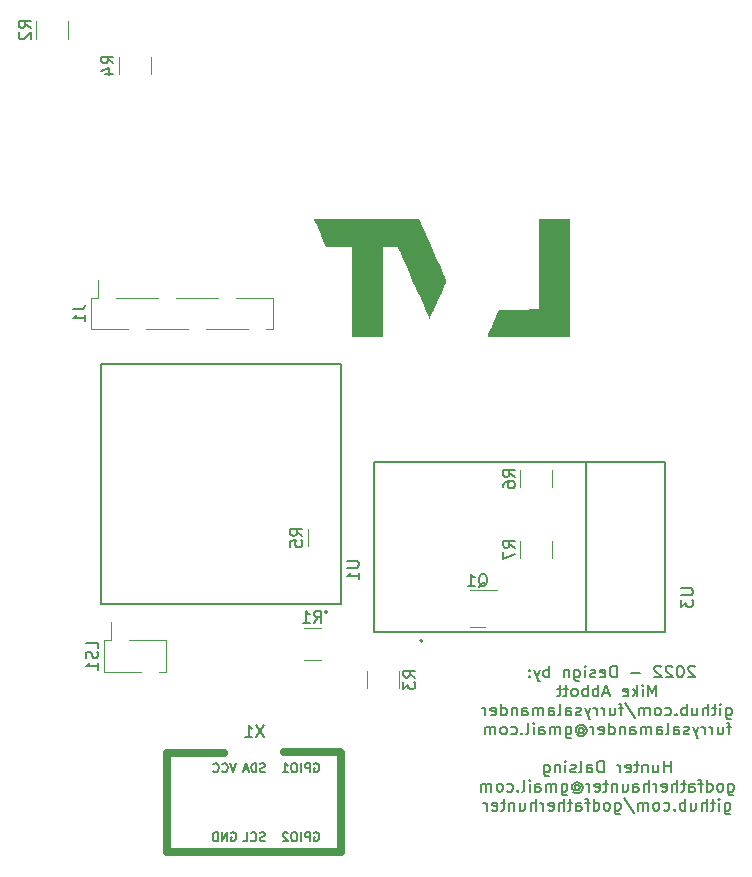
<source format=gbr>
%TF.GenerationSoftware,KiCad,Pcbnew,6.0.2+dfsg-1*%
%TF.CreationDate,2022-10-11T15:46:28-06:00*%
%TF.ProjectId,lvt_sao,6c76745f-7361-46f2-9e6b-696361645f70,rev?*%
%TF.SameCoordinates,Original*%
%TF.FileFunction,Legend,Bot*%
%TF.FilePolarity,Positive*%
%FSLAX46Y46*%
G04 Gerber Fmt 4.6, Leading zero omitted, Abs format (unit mm)*
G04 Created by KiCad (PCBNEW 6.0.2+dfsg-1) date 2022-10-11 15:46:28*
%MOMM*%
%LPD*%
G01*
G04 APERTURE LIST*
%ADD10C,0.150000*%
%ADD11C,0.120000*%
%ADD12C,0.700000*%
%ADD13C,0.127000*%
%ADD14C,0.200000*%
G04 APERTURE END LIST*
D10*
X174404761Y-132912619D02*
X174357142Y-132865000D01*
X174261904Y-132817380D01*
X174023809Y-132817380D01*
X173928571Y-132865000D01*
X173880952Y-132912619D01*
X173833333Y-133007857D01*
X173833333Y-133103095D01*
X173880952Y-133245952D01*
X174452380Y-133817380D01*
X173833333Y-133817380D01*
X173214285Y-132817380D02*
X173119047Y-132817380D01*
X173023809Y-132865000D01*
X172976190Y-132912619D01*
X172928571Y-133007857D01*
X172880952Y-133198333D01*
X172880952Y-133436428D01*
X172928571Y-133626904D01*
X172976190Y-133722142D01*
X173023809Y-133769761D01*
X173119047Y-133817380D01*
X173214285Y-133817380D01*
X173309523Y-133769761D01*
X173357142Y-133722142D01*
X173404761Y-133626904D01*
X173452380Y-133436428D01*
X173452380Y-133198333D01*
X173404761Y-133007857D01*
X173357142Y-132912619D01*
X173309523Y-132865000D01*
X173214285Y-132817380D01*
X172500000Y-132912619D02*
X172452380Y-132865000D01*
X172357142Y-132817380D01*
X172119047Y-132817380D01*
X172023809Y-132865000D01*
X171976190Y-132912619D01*
X171928571Y-133007857D01*
X171928571Y-133103095D01*
X171976190Y-133245952D01*
X172547619Y-133817380D01*
X171928571Y-133817380D01*
X171547619Y-132912619D02*
X171500000Y-132865000D01*
X171404761Y-132817380D01*
X171166666Y-132817380D01*
X171071428Y-132865000D01*
X171023809Y-132912619D01*
X170976190Y-133007857D01*
X170976190Y-133103095D01*
X171023809Y-133245952D01*
X171595238Y-133817380D01*
X170976190Y-133817380D01*
X169785714Y-133436428D02*
X169023809Y-133436428D01*
X167785714Y-133817380D02*
X167785714Y-132817380D01*
X167547619Y-132817380D01*
X167404761Y-132865000D01*
X167309523Y-132960238D01*
X167261904Y-133055476D01*
X167214285Y-133245952D01*
X167214285Y-133388809D01*
X167261904Y-133579285D01*
X167309523Y-133674523D01*
X167404761Y-133769761D01*
X167547619Y-133817380D01*
X167785714Y-133817380D01*
X166404761Y-133769761D02*
X166500000Y-133817380D01*
X166690476Y-133817380D01*
X166785714Y-133769761D01*
X166833333Y-133674523D01*
X166833333Y-133293571D01*
X166785714Y-133198333D01*
X166690476Y-133150714D01*
X166500000Y-133150714D01*
X166404761Y-133198333D01*
X166357142Y-133293571D01*
X166357142Y-133388809D01*
X166833333Y-133484047D01*
X165976190Y-133769761D02*
X165880952Y-133817380D01*
X165690476Y-133817380D01*
X165595238Y-133769761D01*
X165547619Y-133674523D01*
X165547619Y-133626904D01*
X165595238Y-133531666D01*
X165690476Y-133484047D01*
X165833333Y-133484047D01*
X165928571Y-133436428D01*
X165976190Y-133341190D01*
X165976190Y-133293571D01*
X165928571Y-133198333D01*
X165833333Y-133150714D01*
X165690476Y-133150714D01*
X165595238Y-133198333D01*
X165119047Y-133817380D02*
X165119047Y-133150714D01*
X165119047Y-132817380D02*
X165166666Y-132865000D01*
X165119047Y-132912619D01*
X165071428Y-132865000D01*
X165119047Y-132817380D01*
X165119047Y-132912619D01*
X164214285Y-133150714D02*
X164214285Y-133960238D01*
X164261904Y-134055476D01*
X164309523Y-134103095D01*
X164404761Y-134150714D01*
X164547619Y-134150714D01*
X164642857Y-134103095D01*
X164214285Y-133769761D02*
X164309523Y-133817380D01*
X164500000Y-133817380D01*
X164595238Y-133769761D01*
X164642857Y-133722142D01*
X164690476Y-133626904D01*
X164690476Y-133341190D01*
X164642857Y-133245952D01*
X164595238Y-133198333D01*
X164500000Y-133150714D01*
X164309523Y-133150714D01*
X164214285Y-133198333D01*
X163738095Y-133150714D02*
X163738095Y-133817380D01*
X163738095Y-133245952D02*
X163690476Y-133198333D01*
X163595238Y-133150714D01*
X163452380Y-133150714D01*
X163357142Y-133198333D01*
X163309523Y-133293571D01*
X163309523Y-133817380D01*
X162071428Y-133817380D02*
X162071428Y-132817380D01*
X162071428Y-133198333D02*
X161976190Y-133150714D01*
X161785714Y-133150714D01*
X161690476Y-133198333D01*
X161642857Y-133245952D01*
X161595238Y-133341190D01*
X161595238Y-133626904D01*
X161642857Y-133722142D01*
X161690476Y-133769761D01*
X161785714Y-133817380D01*
X161976190Y-133817380D01*
X162071428Y-133769761D01*
X161261904Y-133150714D02*
X161023809Y-133817380D01*
X160785714Y-133150714D02*
X161023809Y-133817380D01*
X161119047Y-134055476D01*
X161166666Y-134103095D01*
X161261904Y-134150714D01*
X160404761Y-133722142D02*
X160357142Y-133769761D01*
X160404761Y-133817380D01*
X160452380Y-133769761D01*
X160404761Y-133722142D01*
X160404761Y-133817380D01*
X160404761Y-133198333D02*
X160357142Y-133245952D01*
X160404761Y-133293571D01*
X160452380Y-133245952D01*
X160404761Y-133198333D01*
X160404761Y-133293571D01*
X171142857Y-135427380D02*
X171142857Y-134427380D01*
X170809523Y-135141666D01*
X170476190Y-134427380D01*
X170476190Y-135427380D01*
X170000000Y-135427380D02*
X170000000Y-134760714D01*
X170000000Y-134427380D02*
X170047619Y-134475000D01*
X170000000Y-134522619D01*
X169952380Y-134475000D01*
X170000000Y-134427380D01*
X170000000Y-134522619D01*
X169523809Y-135427380D02*
X169523809Y-134427380D01*
X169428571Y-135046428D02*
X169142857Y-135427380D01*
X169142857Y-134760714D02*
X169523809Y-135141666D01*
X168333333Y-135379761D02*
X168428571Y-135427380D01*
X168619047Y-135427380D01*
X168714285Y-135379761D01*
X168761904Y-135284523D01*
X168761904Y-134903571D01*
X168714285Y-134808333D01*
X168619047Y-134760714D01*
X168428571Y-134760714D01*
X168333333Y-134808333D01*
X168285714Y-134903571D01*
X168285714Y-134998809D01*
X168761904Y-135094047D01*
X167142857Y-135141666D02*
X166666666Y-135141666D01*
X167238095Y-135427380D02*
X166904761Y-134427380D01*
X166571428Y-135427380D01*
X166238095Y-135427380D02*
X166238095Y-134427380D01*
X166238095Y-134808333D02*
X166142857Y-134760714D01*
X165952380Y-134760714D01*
X165857142Y-134808333D01*
X165809523Y-134855952D01*
X165761904Y-134951190D01*
X165761904Y-135236904D01*
X165809523Y-135332142D01*
X165857142Y-135379761D01*
X165952380Y-135427380D01*
X166142857Y-135427380D01*
X166238095Y-135379761D01*
X165333333Y-135427380D02*
X165333333Y-134427380D01*
X165333333Y-134808333D02*
X165238095Y-134760714D01*
X165047619Y-134760714D01*
X164952380Y-134808333D01*
X164904761Y-134855952D01*
X164857142Y-134951190D01*
X164857142Y-135236904D01*
X164904761Y-135332142D01*
X164952380Y-135379761D01*
X165047619Y-135427380D01*
X165238095Y-135427380D01*
X165333333Y-135379761D01*
X164285714Y-135427380D02*
X164380952Y-135379761D01*
X164428571Y-135332142D01*
X164476190Y-135236904D01*
X164476190Y-134951190D01*
X164428571Y-134855952D01*
X164380952Y-134808333D01*
X164285714Y-134760714D01*
X164142857Y-134760714D01*
X164047619Y-134808333D01*
X164000000Y-134855952D01*
X163952380Y-134951190D01*
X163952380Y-135236904D01*
X164000000Y-135332142D01*
X164047619Y-135379761D01*
X164142857Y-135427380D01*
X164285714Y-135427380D01*
X163666666Y-134760714D02*
X163285714Y-134760714D01*
X163523809Y-134427380D02*
X163523809Y-135284523D01*
X163476190Y-135379761D01*
X163380952Y-135427380D01*
X163285714Y-135427380D01*
X163095238Y-134760714D02*
X162714285Y-134760714D01*
X162952380Y-134427380D02*
X162952380Y-135284523D01*
X162904761Y-135379761D01*
X162809523Y-135427380D01*
X162714285Y-135427380D01*
X177047619Y-136370714D02*
X177047619Y-137180238D01*
X177095238Y-137275476D01*
X177142857Y-137323095D01*
X177238095Y-137370714D01*
X177380952Y-137370714D01*
X177476190Y-137323095D01*
X177047619Y-136989761D02*
X177142857Y-137037380D01*
X177333333Y-137037380D01*
X177428571Y-136989761D01*
X177476190Y-136942142D01*
X177523809Y-136846904D01*
X177523809Y-136561190D01*
X177476190Y-136465952D01*
X177428571Y-136418333D01*
X177333333Y-136370714D01*
X177142857Y-136370714D01*
X177047619Y-136418333D01*
X176571428Y-137037380D02*
X176571428Y-136370714D01*
X176571428Y-136037380D02*
X176619047Y-136085000D01*
X176571428Y-136132619D01*
X176523809Y-136085000D01*
X176571428Y-136037380D01*
X176571428Y-136132619D01*
X176238095Y-136370714D02*
X175857142Y-136370714D01*
X176095238Y-136037380D02*
X176095238Y-136894523D01*
X176047619Y-136989761D01*
X175952380Y-137037380D01*
X175857142Y-137037380D01*
X175523809Y-137037380D02*
X175523809Y-136037380D01*
X175095238Y-137037380D02*
X175095238Y-136513571D01*
X175142857Y-136418333D01*
X175238095Y-136370714D01*
X175380952Y-136370714D01*
X175476190Y-136418333D01*
X175523809Y-136465952D01*
X174190476Y-136370714D02*
X174190476Y-137037380D01*
X174619047Y-136370714D02*
X174619047Y-136894523D01*
X174571428Y-136989761D01*
X174476190Y-137037380D01*
X174333333Y-137037380D01*
X174238095Y-136989761D01*
X174190476Y-136942142D01*
X173714285Y-137037380D02*
X173714285Y-136037380D01*
X173714285Y-136418333D02*
X173619047Y-136370714D01*
X173428571Y-136370714D01*
X173333333Y-136418333D01*
X173285714Y-136465952D01*
X173238095Y-136561190D01*
X173238095Y-136846904D01*
X173285714Y-136942142D01*
X173333333Y-136989761D01*
X173428571Y-137037380D01*
X173619047Y-137037380D01*
X173714285Y-136989761D01*
X172809523Y-136942142D02*
X172761904Y-136989761D01*
X172809523Y-137037380D01*
X172857142Y-136989761D01*
X172809523Y-136942142D01*
X172809523Y-137037380D01*
X171904761Y-136989761D02*
X172000000Y-137037380D01*
X172190476Y-137037380D01*
X172285714Y-136989761D01*
X172333333Y-136942142D01*
X172380952Y-136846904D01*
X172380952Y-136561190D01*
X172333333Y-136465952D01*
X172285714Y-136418333D01*
X172190476Y-136370714D01*
X172000000Y-136370714D01*
X171904761Y-136418333D01*
X171333333Y-137037380D02*
X171428571Y-136989761D01*
X171476190Y-136942142D01*
X171523809Y-136846904D01*
X171523809Y-136561190D01*
X171476190Y-136465952D01*
X171428571Y-136418333D01*
X171333333Y-136370714D01*
X171190476Y-136370714D01*
X171095238Y-136418333D01*
X171047619Y-136465952D01*
X171000000Y-136561190D01*
X171000000Y-136846904D01*
X171047619Y-136942142D01*
X171095238Y-136989761D01*
X171190476Y-137037380D01*
X171333333Y-137037380D01*
X170571428Y-137037380D02*
X170571428Y-136370714D01*
X170571428Y-136465952D02*
X170523809Y-136418333D01*
X170428571Y-136370714D01*
X170285714Y-136370714D01*
X170190476Y-136418333D01*
X170142857Y-136513571D01*
X170142857Y-137037380D01*
X170142857Y-136513571D02*
X170095238Y-136418333D01*
X170000000Y-136370714D01*
X169857142Y-136370714D01*
X169761904Y-136418333D01*
X169714285Y-136513571D01*
X169714285Y-137037380D01*
X168523809Y-135989761D02*
X169380952Y-137275476D01*
X168333333Y-136370714D02*
X167952380Y-136370714D01*
X168190476Y-137037380D02*
X168190476Y-136180238D01*
X168142857Y-136085000D01*
X168047619Y-136037380D01*
X167952380Y-136037380D01*
X167190476Y-136370714D02*
X167190476Y-137037380D01*
X167619047Y-136370714D02*
X167619047Y-136894523D01*
X167571428Y-136989761D01*
X167476190Y-137037380D01*
X167333333Y-137037380D01*
X167238095Y-136989761D01*
X167190476Y-136942142D01*
X166714285Y-137037380D02*
X166714285Y-136370714D01*
X166714285Y-136561190D02*
X166666666Y-136465952D01*
X166619047Y-136418333D01*
X166523809Y-136370714D01*
X166428571Y-136370714D01*
X166095238Y-137037380D02*
X166095238Y-136370714D01*
X166095238Y-136561190D02*
X166047619Y-136465952D01*
X166000000Y-136418333D01*
X165904761Y-136370714D01*
X165809523Y-136370714D01*
X165571428Y-136370714D02*
X165333333Y-137037380D01*
X165095238Y-136370714D02*
X165333333Y-137037380D01*
X165428571Y-137275476D01*
X165476190Y-137323095D01*
X165571428Y-137370714D01*
X164761904Y-136989761D02*
X164666666Y-137037380D01*
X164476190Y-137037380D01*
X164380952Y-136989761D01*
X164333333Y-136894523D01*
X164333333Y-136846904D01*
X164380952Y-136751666D01*
X164476190Y-136704047D01*
X164619047Y-136704047D01*
X164714285Y-136656428D01*
X164761904Y-136561190D01*
X164761904Y-136513571D01*
X164714285Y-136418333D01*
X164619047Y-136370714D01*
X164476190Y-136370714D01*
X164380952Y-136418333D01*
X163476190Y-137037380D02*
X163476190Y-136513571D01*
X163523809Y-136418333D01*
X163619047Y-136370714D01*
X163809523Y-136370714D01*
X163904761Y-136418333D01*
X163476190Y-136989761D02*
X163571428Y-137037380D01*
X163809523Y-137037380D01*
X163904761Y-136989761D01*
X163952380Y-136894523D01*
X163952380Y-136799285D01*
X163904761Y-136704047D01*
X163809523Y-136656428D01*
X163571428Y-136656428D01*
X163476190Y-136608809D01*
X162857142Y-137037380D02*
X162952380Y-136989761D01*
X163000000Y-136894523D01*
X163000000Y-136037380D01*
X162047619Y-137037380D02*
X162047619Y-136513571D01*
X162095238Y-136418333D01*
X162190476Y-136370714D01*
X162380952Y-136370714D01*
X162476190Y-136418333D01*
X162047619Y-136989761D02*
X162142857Y-137037380D01*
X162380952Y-137037380D01*
X162476190Y-136989761D01*
X162523809Y-136894523D01*
X162523809Y-136799285D01*
X162476190Y-136704047D01*
X162380952Y-136656428D01*
X162142857Y-136656428D01*
X162047619Y-136608809D01*
X161571428Y-137037380D02*
X161571428Y-136370714D01*
X161571428Y-136465952D02*
X161523809Y-136418333D01*
X161428571Y-136370714D01*
X161285714Y-136370714D01*
X161190476Y-136418333D01*
X161142857Y-136513571D01*
X161142857Y-137037380D01*
X161142857Y-136513571D02*
X161095238Y-136418333D01*
X161000000Y-136370714D01*
X160857142Y-136370714D01*
X160761904Y-136418333D01*
X160714285Y-136513571D01*
X160714285Y-137037380D01*
X159809523Y-137037380D02*
X159809523Y-136513571D01*
X159857142Y-136418333D01*
X159952380Y-136370714D01*
X160142857Y-136370714D01*
X160238095Y-136418333D01*
X159809523Y-136989761D02*
X159904761Y-137037380D01*
X160142857Y-137037380D01*
X160238095Y-136989761D01*
X160285714Y-136894523D01*
X160285714Y-136799285D01*
X160238095Y-136704047D01*
X160142857Y-136656428D01*
X159904761Y-136656428D01*
X159809523Y-136608809D01*
X159333333Y-136370714D02*
X159333333Y-137037380D01*
X159333333Y-136465952D02*
X159285714Y-136418333D01*
X159190476Y-136370714D01*
X159047619Y-136370714D01*
X158952380Y-136418333D01*
X158904761Y-136513571D01*
X158904761Y-137037380D01*
X158000000Y-137037380D02*
X158000000Y-136037380D01*
X158000000Y-136989761D02*
X158095238Y-137037380D01*
X158285714Y-137037380D01*
X158380952Y-136989761D01*
X158428571Y-136942142D01*
X158476190Y-136846904D01*
X158476190Y-136561190D01*
X158428571Y-136465952D01*
X158380952Y-136418333D01*
X158285714Y-136370714D01*
X158095238Y-136370714D01*
X158000000Y-136418333D01*
X157142857Y-136989761D02*
X157238095Y-137037380D01*
X157428571Y-137037380D01*
X157523809Y-136989761D01*
X157571428Y-136894523D01*
X157571428Y-136513571D01*
X157523809Y-136418333D01*
X157428571Y-136370714D01*
X157238095Y-136370714D01*
X157142857Y-136418333D01*
X157095238Y-136513571D01*
X157095238Y-136608809D01*
X157571428Y-136704047D01*
X156666666Y-137037380D02*
X156666666Y-136370714D01*
X156666666Y-136561190D02*
X156619047Y-136465952D01*
X156571428Y-136418333D01*
X156476190Y-136370714D01*
X156380952Y-136370714D01*
X177476190Y-137980714D02*
X177095238Y-137980714D01*
X177333333Y-138647380D02*
X177333333Y-137790238D01*
X177285714Y-137695000D01*
X177190476Y-137647380D01*
X177095238Y-137647380D01*
X176333333Y-137980714D02*
X176333333Y-138647380D01*
X176761904Y-137980714D02*
X176761904Y-138504523D01*
X176714285Y-138599761D01*
X176619047Y-138647380D01*
X176476190Y-138647380D01*
X176380952Y-138599761D01*
X176333333Y-138552142D01*
X175857142Y-138647380D02*
X175857142Y-137980714D01*
X175857142Y-138171190D02*
X175809523Y-138075952D01*
X175761904Y-138028333D01*
X175666666Y-137980714D01*
X175571428Y-137980714D01*
X175238095Y-138647380D02*
X175238095Y-137980714D01*
X175238095Y-138171190D02*
X175190476Y-138075952D01*
X175142857Y-138028333D01*
X175047619Y-137980714D01*
X174952380Y-137980714D01*
X174714285Y-137980714D02*
X174476190Y-138647380D01*
X174238095Y-137980714D02*
X174476190Y-138647380D01*
X174571428Y-138885476D01*
X174619047Y-138933095D01*
X174714285Y-138980714D01*
X173904761Y-138599761D02*
X173809523Y-138647380D01*
X173619047Y-138647380D01*
X173523809Y-138599761D01*
X173476190Y-138504523D01*
X173476190Y-138456904D01*
X173523809Y-138361666D01*
X173619047Y-138314047D01*
X173761904Y-138314047D01*
X173857142Y-138266428D01*
X173904761Y-138171190D01*
X173904761Y-138123571D01*
X173857142Y-138028333D01*
X173761904Y-137980714D01*
X173619047Y-137980714D01*
X173523809Y-138028333D01*
X172619047Y-138647380D02*
X172619047Y-138123571D01*
X172666666Y-138028333D01*
X172761904Y-137980714D01*
X172952380Y-137980714D01*
X173047619Y-138028333D01*
X172619047Y-138599761D02*
X172714285Y-138647380D01*
X172952380Y-138647380D01*
X173047619Y-138599761D01*
X173095238Y-138504523D01*
X173095238Y-138409285D01*
X173047619Y-138314047D01*
X172952380Y-138266428D01*
X172714285Y-138266428D01*
X172619047Y-138218809D01*
X172000000Y-138647380D02*
X172095238Y-138599761D01*
X172142857Y-138504523D01*
X172142857Y-137647380D01*
X171190476Y-138647380D02*
X171190476Y-138123571D01*
X171238095Y-138028333D01*
X171333333Y-137980714D01*
X171523809Y-137980714D01*
X171619047Y-138028333D01*
X171190476Y-138599761D02*
X171285714Y-138647380D01*
X171523809Y-138647380D01*
X171619047Y-138599761D01*
X171666666Y-138504523D01*
X171666666Y-138409285D01*
X171619047Y-138314047D01*
X171523809Y-138266428D01*
X171285714Y-138266428D01*
X171190476Y-138218809D01*
X170714285Y-138647380D02*
X170714285Y-137980714D01*
X170714285Y-138075952D02*
X170666666Y-138028333D01*
X170571428Y-137980714D01*
X170428571Y-137980714D01*
X170333333Y-138028333D01*
X170285714Y-138123571D01*
X170285714Y-138647380D01*
X170285714Y-138123571D02*
X170238095Y-138028333D01*
X170142857Y-137980714D01*
X170000000Y-137980714D01*
X169904761Y-138028333D01*
X169857142Y-138123571D01*
X169857142Y-138647380D01*
X168952380Y-138647380D02*
X168952380Y-138123571D01*
X169000000Y-138028333D01*
X169095238Y-137980714D01*
X169285714Y-137980714D01*
X169380952Y-138028333D01*
X168952380Y-138599761D02*
X169047619Y-138647380D01*
X169285714Y-138647380D01*
X169380952Y-138599761D01*
X169428571Y-138504523D01*
X169428571Y-138409285D01*
X169380952Y-138314047D01*
X169285714Y-138266428D01*
X169047619Y-138266428D01*
X168952380Y-138218809D01*
X168476190Y-137980714D02*
X168476190Y-138647380D01*
X168476190Y-138075952D02*
X168428571Y-138028333D01*
X168333333Y-137980714D01*
X168190476Y-137980714D01*
X168095238Y-138028333D01*
X168047619Y-138123571D01*
X168047619Y-138647380D01*
X167142857Y-138647380D02*
X167142857Y-137647380D01*
X167142857Y-138599761D02*
X167238095Y-138647380D01*
X167428571Y-138647380D01*
X167523809Y-138599761D01*
X167571428Y-138552142D01*
X167619047Y-138456904D01*
X167619047Y-138171190D01*
X167571428Y-138075952D01*
X167523809Y-138028333D01*
X167428571Y-137980714D01*
X167238095Y-137980714D01*
X167142857Y-138028333D01*
X166285714Y-138599761D02*
X166380952Y-138647380D01*
X166571428Y-138647380D01*
X166666666Y-138599761D01*
X166714285Y-138504523D01*
X166714285Y-138123571D01*
X166666666Y-138028333D01*
X166571428Y-137980714D01*
X166380952Y-137980714D01*
X166285714Y-138028333D01*
X166238095Y-138123571D01*
X166238095Y-138218809D01*
X166714285Y-138314047D01*
X165809523Y-138647380D02*
X165809523Y-137980714D01*
X165809523Y-138171190D02*
X165761904Y-138075952D01*
X165714285Y-138028333D01*
X165619047Y-137980714D01*
X165523809Y-137980714D01*
X164571428Y-138171190D02*
X164619047Y-138123571D01*
X164714285Y-138075952D01*
X164809523Y-138075952D01*
X164904761Y-138123571D01*
X164952380Y-138171190D01*
X165000000Y-138266428D01*
X165000000Y-138361666D01*
X164952380Y-138456904D01*
X164904761Y-138504523D01*
X164809523Y-138552142D01*
X164714285Y-138552142D01*
X164619047Y-138504523D01*
X164571428Y-138456904D01*
X164571428Y-138075952D02*
X164571428Y-138456904D01*
X164523809Y-138504523D01*
X164476190Y-138504523D01*
X164380952Y-138456904D01*
X164333333Y-138361666D01*
X164333333Y-138123571D01*
X164428571Y-137980714D01*
X164571428Y-137885476D01*
X164761904Y-137837857D01*
X164952380Y-137885476D01*
X165095238Y-137980714D01*
X165190476Y-138123571D01*
X165238095Y-138314047D01*
X165190476Y-138504523D01*
X165095238Y-138647380D01*
X164952380Y-138742619D01*
X164761904Y-138790238D01*
X164571428Y-138742619D01*
X164428571Y-138647380D01*
X163476190Y-137980714D02*
X163476190Y-138790238D01*
X163523809Y-138885476D01*
X163571428Y-138933095D01*
X163666666Y-138980714D01*
X163809523Y-138980714D01*
X163904761Y-138933095D01*
X163476190Y-138599761D02*
X163571428Y-138647380D01*
X163761904Y-138647380D01*
X163857142Y-138599761D01*
X163904761Y-138552142D01*
X163952380Y-138456904D01*
X163952380Y-138171190D01*
X163904761Y-138075952D01*
X163857142Y-138028333D01*
X163761904Y-137980714D01*
X163571428Y-137980714D01*
X163476190Y-138028333D01*
X163000000Y-138647380D02*
X163000000Y-137980714D01*
X163000000Y-138075952D02*
X162952380Y-138028333D01*
X162857142Y-137980714D01*
X162714285Y-137980714D01*
X162619047Y-138028333D01*
X162571428Y-138123571D01*
X162571428Y-138647380D01*
X162571428Y-138123571D02*
X162523809Y-138028333D01*
X162428571Y-137980714D01*
X162285714Y-137980714D01*
X162190476Y-138028333D01*
X162142857Y-138123571D01*
X162142857Y-138647380D01*
X161238095Y-138647380D02*
X161238095Y-138123571D01*
X161285714Y-138028333D01*
X161380952Y-137980714D01*
X161571428Y-137980714D01*
X161666666Y-138028333D01*
X161238095Y-138599761D02*
X161333333Y-138647380D01*
X161571428Y-138647380D01*
X161666666Y-138599761D01*
X161714285Y-138504523D01*
X161714285Y-138409285D01*
X161666666Y-138314047D01*
X161571428Y-138266428D01*
X161333333Y-138266428D01*
X161238095Y-138218809D01*
X160761904Y-138647380D02*
X160761904Y-137980714D01*
X160761904Y-137647380D02*
X160809523Y-137695000D01*
X160761904Y-137742619D01*
X160714285Y-137695000D01*
X160761904Y-137647380D01*
X160761904Y-137742619D01*
X160142857Y-138647380D02*
X160238095Y-138599761D01*
X160285714Y-138504523D01*
X160285714Y-137647380D01*
X159761904Y-138552142D02*
X159714285Y-138599761D01*
X159761904Y-138647380D01*
X159809523Y-138599761D01*
X159761904Y-138552142D01*
X159761904Y-138647380D01*
X158857142Y-138599761D02*
X158952380Y-138647380D01*
X159142857Y-138647380D01*
X159238095Y-138599761D01*
X159285714Y-138552142D01*
X159333333Y-138456904D01*
X159333333Y-138171190D01*
X159285714Y-138075952D01*
X159238095Y-138028333D01*
X159142857Y-137980714D01*
X158952380Y-137980714D01*
X158857142Y-138028333D01*
X158285714Y-138647380D02*
X158380952Y-138599761D01*
X158428571Y-138552142D01*
X158476190Y-138456904D01*
X158476190Y-138171190D01*
X158428571Y-138075952D01*
X158380952Y-138028333D01*
X158285714Y-137980714D01*
X158142857Y-137980714D01*
X158047619Y-138028333D01*
X158000000Y-138075952D01*
X157952380Y-138171190D01*
X157952380Y-138456904D01*
X158000000Y-138552142D01*
X158047619Y-138599761D01*
X158142857Y-138647380D01*
X158285714Y-138647380D01*
X157523809Y-138647380D02*
X157523809Y-137980714D01*
X157523809Y-138075952D02*
X157476190Y-138028333D01*
X157380952Y-137980714D01*
X157238095Y-137980714D01*
X157142857Y-138028333D01*
X157095238Y-138123571D01*
X157095238Y-138647380D01*
X157095238Y-138123571D02*
X157047619Y-138028333D01*
X156952380Y-137980714D01*
X156809523Y-137980714D01*
X156714285Y-138028333D01*
X156666666Y-138123571D01*
X156666666Y-138647380D01*
X172357142Y-141867380D02*
X172357142Y-140867380D01*
X172357142Y-141343571D02*
X171785714Y-141343571D01*
X171785714Y-141867380D02*
X171785714Y-140867380D01*
X170880952Y-141200714D02*
X170880952Y-141867380D01*
X171309523Y-141200714D02*
X171309523Y-141724523D01*
X171261904Y-141819761D01*
X171166666Y-141867380D01*
X171023809Y-141867380D01*
X170928571Y-141819761D01*
X170880952Y-141772142D01*
X170404761Y-141200714D02*
X170404761Y-141867380D01*
X170404761Y-141295952D02*
X170357142Y-141248333D01*
X170261904Y-141200714D01*
X170119047Y-141200714D01*
X170023809Y-141248333D01*
X169976190Y-141343571D01*
X169976190Y-141867380D01*
X169642857Y-141200714D02*
X169261904Y-141200714D01*
X169500000Y-140867380D02*
X169500000Y-141724523D01*
X169452380Y-141819761D01*
X169357142Y-141867380D01*
X169261904Y-141867380D01*
X168547619Y-141819761D02*
X168642857Y-141867380D01*
X168833333Y-141867380D01*
X168928571Y-141819761D01*
X168976190Y-141724523D01*
X168976190Y-141343571D01*
X168928571Y-141248333D01*
X168833333Y-141200714D01*
X168642857Y-141200714D01*
X168547619Y-141248333D01*
X168500000Y-141343571D01*
X168500000Y-141438809D01*
X168976190Y-141534047D01*
X168071428Y-141867380D02*
X168071428Y-141200714D01*
X168071428Y-141391190D02*
X168023809Y-141295952D01*
X167976190Y-141248333D01*
X167880952Y-141200714D01*
X167785714Y-141200714D01*
X166690476Y-141867380D02*
X166690476Y-140867380D01*
X166452380Y-140867380D01*
X166309523Y-140915000D01*
X166214285Y-141010238D01*
X166166666Y-141105476D01*
X166119047Y-141295952D01*
X166119047Y-141438809D01*
X166166666Y-141629285D01*
X166214285Y-141724523D01*
X166309523Y-141819761D01*
X166452380Y-141867380D01*
X166690476Y-141867380D01*
X165261904Y-141867380D02*
X165261904Y-141343571D01*
X165309523Y-141248333D01*
X165404761Y-141200714D01*
X165595238Y-141200714D01*
X165690476Y-141248333D01*
X165261904Y-141819761D02*
X165357142Y-141867380D01*
X165595238Y-141867380D01*
X165690476Y-141819761D01*
X165738095Y-141724523D01*
X165738095Y-141629285D01*
X165690476Y-141534047D01*
X165595238Y-141486428D01*
X165357142Y-141486428D01*
X165261904Y-141438809D01*
X164642857Y-141867380D02*
X164738095Y-141819761D01*
X164785714Y-141724523D01*
X164785714Y-140867380D01*
X164309523Y-141819761D02*
X164214285Y-141867380D01*
X164023809Y-141867380D01*
X163928571Y-141819761D01*
X163880952Y-141724523D01*
X163880952Y-141676904D01*
X163928571Y-141581666D01*
X164023809Y-141534047D01*
X164166666Y-141534047D01*
X164261904Y-141486428D01*
X164309523Y-141391190D01*
X164309523Y-141343571D01*
X164261904Y-141248333D01*
X164166666Y-141200714D01*
X164023809Y-141200714D01*
X163928571Y-141248333D01*
X163452380Y-141867380D02*
X163452380Y-141200714D01*
X163452380Y-140867380D02*
X163500000Y-140915000D01*
X163452380Y-140962619D01*
X163404761Y-140915000D01*
X163452380Y-140867380D01*
X163452380Y-140962619D01*
X162976190Y-141200714D02*
X162976190Y-141867380D01*
X162976190Y-141295952D02*
X162928571Y-141248333D01*
X162833333Y-141200714D01*
X162690476Y-141200714D01*
X162595238Y-141248333D01*
X162547619Y-141343571D01*
X162547619Y-141867380D01*
X161642857Y-141200714D02*
X161642857Y-142010238D01*
X161690476Y-142105476D01*
X161738095Y-142153095D01*
X161833333Y-142200714D01*
X161976190Y-142200714D01*
X162071428Y-142153095D01*
X161642857Y-141819761D02*
X161738095Y-141867380D01*
X161928571Y-141867380D01*
X162023809Y-141819761D01*
X162071428Y-141772142D01*
X162119047Y-141676904D01*
X162119047Y-141391190D01*
X162071428Y-141295952D01*
X162023809Y-141248333D01*
X161928571Y-141200714D01*
X161738095Y-141200714D01*
X161642857Y-141248333D01*
X177238095Y-142810714D02*
X177238095Y-143620238D01*
X177285714Y-143715476D01*
X177333333Y-143763095D01*
X177428571Y-143810714D01*
X177571428Y-143810714D01*
X177666666Y-143763095D01*
X177238095Y-143429761D02*
X177333333Y-143477380D01*
X177523809Y-143477380D01*
X177619047Y-143429761D01*
X177666666Y-143382142D01*
X177714285Y-143286904D01*
X177714285Y-143001190D01*
X177666666Y-142905952D01*
X177619047Y-142858333D01*
X177523809Y-142810714D01*
X177333333Y-142810714D01*
X177238095Y-142858333D01*
X176619047Y-143477380D02*
X176714285Y-143429761D01*
X176761904Y-143382142D01*
X176809523Y-143286904D01*
X176809523Y-143001190D01*
X176761904Y-142905952D01*
X176714285Y-142858333D01*
X176619047Y-142810714D01*
X176476190Y-142810714D01*
X176380952Y-142858333D01*
X176333333Y-142905952D01*
X176285714Y-143001190D01*
X176285714Y-143286904D01*
X176333333Y-143382142D01*
X176380952Y-143429761D01*
X176476190Y-143477380D01*
X176619047Y-143477380D01*
X175428571Y-143477380D02*
X175428571Y-142477380D01*
X175428571Y-143429761D02*
X175523809Y-143477380D01*
X175714285Y-143477380D01*
X175809523Y-143429761D01*
X175857142Y-143382142D01*
X175904761Y-143286904D01*
X175904761Y-143001190D01*
X175857142Y-142905952D01*
X175809523Y-142858333D01*
X175714285Y-142810714D01*
X175523809Y-142810714D01*
X175428571Y-142858333D01*
X175095238Y-142810714D02*
X174714285Y-142810714D01*
X174952380Y-143477380D02*
X174952380Y-142620238D01*
X174904761Y-142525000D01*
X174809523Y-142477380D01*
X174714285Y-142477380D01*
X173952380Y-143477380D02*
X173952380Y-142953571D01*
X174000000Y-142858333D01*
X174095238Y-142810714D01*
X174285714Y-142810714D01*
X174380952Y-142858333D01*
X173952380Y-143429761D02*
X174047619Y-143477380D01*
X174285714Y-143477380D01*
X174380952Y-143429761D01*
X174428571Y-143334523D01*
X174428571Y-143239285D01*
X174380952Y-143144047D01*
X174285714Y-143096428D01*
X174047619Y-143096428D01*
X173952380Y-143048809D01*
X173619047Y-142810714D02*
X173238095Y-142810714D01*
X173476190Y-142477380D02*
X173476190Y-143334523D01*
X173428571Y-143429761D01*
X173333333Y-143477380D01*
X173238095Y-143477380D01*
X172904761Y-143477380D02*
X172904761Y-142477380D01*
X172476190Y-143477380D02*
X172476190Y-142953571D01*
X172523809Y-142858333D01*
X172619047Y-142810714D01*
X172761904Y-142810714D01*
X172857142Y-142858333D01*
X172904761Y-142905952D01*
X171619047Y-143429761D02*
X171714285Y-143477380D01*
X171904761Y-143477380D01*
X172000000Y-143429761D01*
X172047619Y-143334523D01*
X172047619Y-142953571D01*
X172000000Y-142858333D01*
X171904761Y-142810714D01*
X171714285Y-142810714D01*
X171619047Y-142858333D01*
X171571428Y-142953571D01*
X171571428Y-143048809D01*
X172047619Y-143144047D01*
X171142857Y-143477380D02*
X171142857Y-142810714D01*
X171142857Y-143001190D02*
X171095238Y-142905952D01*
X171047619Y-142858333D01*
X170952380Y-142810714D01*
X170857142Y-142810714D01*
X170523809Y-143477380D02*
X170523809Y-142477380D01*
X170095238Y-143477380D02*
X170095238Y-142953571D01*
X170142857Y-142858333D01*
X170238095Y-142810714D01*
X170380952Y-142810714D01*
X170476190Y-142858333D01*
X170523809Y-142905952D01*
X169190476Y-143477380D02*
X169190476Y-142953571D01*
X169238095Y-142858333D01*
X169333333Y-142810714D01*
X169523809Y-142810714D01*
X169619047Y-142858333D01*
X169190476Y-143429761D02*
X169285714Y-143477380D01*
X169523809Y-143477380D01*
X169619047Y-143429761D01*
X169666666Y-143334523D01*
X169666666Y-143239285D01*
X169619047Y-143144047D01*
X169523809Y-143096428D01*
X169285714Y-143096428D01*
X169190476Y-143048809D01*
X168285714Y-142810714D02*
X168285714Y-143477380D01*
X168714285Y-142810714D02*
X168714285Y-143334523D01*
X168666666Y-143429761D01*
X168571428Y-143477380D01*
X168428571Y-143477380D01*
X168333333Y-143429761D01*
X168285714Y-143382142D01*
X167809523Y-142810714D02*
X167809523Y-143477380D01*
X167809523Y-142905952D02*
X167761904Y-142858333D01*
X167666666Y-142810714D01*
X167523809Y-142810714D01*
X167428571Y-142858333D01*
X167380952Y-142953571D01*
X167380952Y-143477380D01*
X167047619Y-142810714D02*
X166666666Y-142810714D01*
X166904761Y-142477380D02*
X166904761Y-143334523D01*
X166857142Y-143429761D01*
X166761904Y-143477380D01*
X166666666Y-143477380D01*
X165952380Y-143429761D02*
X166047619Y-143477380D01*
X166238095Y-143477380D01*
X166333333Y-143429761D01*
X166380952Y-143334523D01*
X166380952Y-142953571D01*
X166333333Y-142858333D01*
X166238095Y-142810714D01*
X166047619Y-142810714D01*
X165952380Y-142858333D01*
X165904761Y-142953571D01*
X165904761Y-143048809D01*
X166380952Y-143144047D01*
X165476190Y-143477380D02*
X165476190Y-142810714D01*
X165476190Y-143001190D02*
X165428571Y-142905952D01*
X165380952Y-142858333D01*
X165285714Y-142810714D01*
X165190476Y-142810714D01*
X164238095Y-143001190D02*
X164285714Y-142953571D01*
X164380952Y-142905952D01*
X164476190Y-142905952D01*
X164571428Y-142953571D01*
X164619047Y-143001190D01*
X164666666Y-143096428D01*
X164666666Y-143191666D01*
X164619047Y-143286904D01*
X164571428Y-143334523D01*
X164476190Y-143382142D01*
X164380952Y-143382142D01*
X164285714Y-143334523D01*
X164238095Y-143286904D01*
X164238095Y-142905952D02*
X164238095Y-143286904D01*
X164190476Y-143334523D01*
X164142857Y-143334523D01*
X164047619Y-143286904D01*
X164000000Y-143191666D01*
X164000000Y-142953571D01*
X164095238Y-142810714D01*
X164238095Y-142715476D01*
X164428571Y-142667857D01*
X164619047Y-142715476D01*
X164761904Y-142810714D01*
X164857142Y-142953571D01*
X164904761Y-143144047D01*
X164857142Y-143334523D01*
X164761904Y-143477380D01*
X164619047Y-143572619D01*
X164428571Y-143620238D01*
X164238095Y-143572619D01*
X164095238Y-143477380D01*
X163142857Y-142810714D02*
X163142857Y-143620238D01*
X163190476Y-143715476D01*
X163238095Y-143763095D01*
X163333333Y-143810714D01*
X163476190Y-143810714D01*
X163571428Y-143763095D01*
X163142857Y-143429761D02*
X163238095Y-143477380D01*
X163428571Y-143477380D01*
X163523809Y-143429761D01*
X163571428Y-143382142D01*
X163619047Y-143286904D01*
X163619047Y-143001190D01*
X163571428Y-142905952D01*
X163523809Y-142858333D01*
X163428571Y-142810714D01*
X163238095Y-142810714D01*
X163142857Y-142858333D01*
X162666666Y-143477380D02*
X162666666Y-142810714D01*
X162666666Y-142905952D02*
X162619047Y-142858333D01*
X162523809Y-142810714D01*
X162380952Y-142810714D01*
X162285714Y-142858333D01*
X162238095Y-142953571D01*
X162238095Y-143477380D01*
X162238095Y-142953571D02*
X162190476Y-142858333D01*
X162095238Y-142810714D01*
X161952380Y-142810714D01*
X161857142Y-142858333D01*
X161809523Y-142953571D01*
X161809523Y-143477380D01*
X160904761Y-143477380D02*
X160904761Y-142953571D01*
X160952380Y-142858333D01*
X161047619Y-142810714D01*
X161238095Y-142810714D01*
X161333333Y-142858333D01*
X160904761Y-143429761D02*
X161000000Y-143477380D01*
X161238095Y-143477380D01*
X161333333Y-143429761D01*
X161380952Y-143334523D01*
X161380952Y-143239285D01*
X161333333Y-143144047D01*
X161238095Y-143096428D01*
X161000000Y-143096428D01*
X160904761Y-143048809D01*
X160428571Y-143477380D02*
X160428571Y-142810714D01*
X160428571Y-142477380D02*
X160476190Y-142525000D01*
X160428571Y-142572619D01*
X160380952Y-142525000D01*
X160428571Y-142477380D01*
X160428571Y-142572619D01*
X159809523Y-143477380D02*
X159904761Y-143429761D01*
X159952380Y-143334523D01*
X159952380Y-142477380D01*
X159428571Y-143382142D02*
X159380952Y-143429761D01*
X159428571Y-143477380D01*
X159476190Y-143429761D01*
X159428571Y-143382142D01*
X159428571Y-143477380D01*
X158523809Y-143429761D02*
X158619047Y-143477380D01*
X158809523Y-143477380D01*
X158904761Y-143429761D01*
X158952380Y-143382142D01*
X159000000Y-143286904D01*
X159000000Y-143001190D01*
X158952380Y-142905952D01*
X158904761Y-142858333D01*
X158809523Y-142810714D01*
X158619047Y-142810714D01*
X158523809Y-142858333D01*
X157952380Y-143477380D02*
X158047619Y-143429761D01*
X158095238Y-143382142D01*
X158142857Y-143286904D01*
X158142857Y-143001190D01*
X158095238Y-142905952D01*
X158047619Y-142858333D01*
X157952380Y-142810714D01*
X157809523Y-142810714D01*
X157714285Y-142858333D01*
X157666666Y-142905952D01*
X157619047Y-143001190D01*
X157619047Y-143286904D01*
X157666666Y-143382142D01*
X157714285Y-143429761D01*
X157809523Y-143477380D01*
X157952380Y-143477380D01*
X157190476Y-143477380D02*
X157190476Y-142810714D01*
X157190476Y-142905952D02*
X157142857Y-142858333D01*
X157047619Y-142810714D01*
X156904761Y-142810714D01*
X156809523Y-142858333D01*
X156761904Y-142953571D01*
X156761904Y-143477380D01*
X156761904Y-142953571D02*
X156714285Y-142858333D01*
X156619047Y-142810714D01*
X156476190Y-142810714D01*
X156380952Y-142858333D01*
X156333333Y-142953571D01*
X156333333Y-143477380D01*
X176928571Y-144420714D02*
X176928571Y-145230238D01*
X176976190Y-145325476D01*
X177023809Y-145373095D01*
X177119047Y-145420714D01*
X177261904Y-145420714D01*
X177357142Y-145373095D01*
X176928571Y-145039761D02*
X177023809Y-145087380D01*
X177214285Y-145087380D01*
X177309523Y-145039761D01*
X177357142Y-144992142D01*
X177404761Y-144896904D01*
X177404761Y-144611190D01*
X177357142Y-144515952D01*
X177309523Y-144468333D01*
X177214285Y-144420714D01*
X177023809Y-144420714D01*
X176928571Y-144468333D01*
X176452380Y-145087380D02*
X176452380Y-144420714D01*
X176452380Y-144087380D02*
X176500000Y-144135000D01*
X176452380Y-144182619D01*
X176404761Y-144135000D01*
X176452380Y-144087380D01*
X176452380Y-144182619D01*
X176119047Y-144420714D02*
X175738095Y-144420714D01*
X175976190Y-144087380D02*
X175976190Y-144944523D01*
X175928571Y-145039761D01*
X175833333Y-145087380D01*
X175738095Y-145087380D01*
X175404761Y-145087380D02*
X175404761Y-144087380D01*
X174976190Y-145087380D02*
X174976190Y-144563571D01*
X175023809Y-144468333D01*
X175119047Y-144420714D01*
X175261904Y-144420714D01*
X175357142Y-144468333D01*
X175404761Y-144515952D01*
X174071428Y-144420714D02*
X174071428Y-145087380D01*
X174500000Y-144420714D02*
X174500000Y-144944523D01*
X174452380Y-145039761D01*
X174357142Y-145087380D01*
X174214285Y-145087380D01*
X174119047Y-145039761D01*
X174071428Y-144992142D01*
X173595238Y-145087380D02*
X173595238Y-144087380D01*
X173595238Y-144468333D02*
X173500000Y-144420714D01*
X173309523Y-144420714D01*
X173214285Y-144468333D01*
X173166666Y-144515952D01*
X173119047Y-144611190D01*
X173119047Y-144896904D01*
X173166666Y-144992142D01*
X173214285Y-145039761D01*
X173309523Y-145087380D01*
X173500000Y-145087380D01*
X173595238Y-145039761D01*
X172690476Y-144992142D02*
X172642857Y-145039761D01*
X172690476Y-145087380D01*
X172738095Y-145039761D01*
X172690476Y-144992142D01*
X172690476Y-145087380D01*
X171785714Y-145039761D02*
X171880952Y-145087380D01*
X172071428Y-145087380D01*
X172166666Y-145039761D01*
X172214285Y-144992142D01*
X172261904Y-144896904D01*
X172261904Y-144611190D01*
X172214285Y-144515952D01*
X172166666Y-144468333D01*
X172071428Y-144420714D01*
X171880952Y-144420714D01*
X171785714Y-144468333D01*
X171214285Y-145087380D02*
X171309523Y-145039761D01*
X171357142Y-144992142D01*
X171404761Y-144896904D01*
X171404761Y-144611190D01*
X171357142Y-144515952D01*
X171309523Y-144468333D01*
X171214285Y-144420714D01*
X171071428Y-144420714D01*
X170976190Y-144468333D01*
X170928571Y-144515952D01*
X170880952Y-144611190D01*
X170880952Y-144896904D01*
X170928571Y-144992142D01*
X170976190Y-145039761D01*
X171071428Y-145087380D01*
X171214285Y-145087380D01*
X170452380Y-145087380D02*
X170452380Y-144420714D01*
X170452380Y-144515952D02*
X170404761Y-144468333D01*
X170309523Y-144420714D01*
X170166666Y-144420714D01*
X170071428Y-144468333D01*
X170023809Y-144563571D01*
X170023809Y-145087380D01*
X170023809Y-144563571D02*
X169976190Y-144468333D01*
X169880952Y-144420714D01*
X169738095Y-144420714D01*
X169642857Y-144468333D01*
X169595238Y-144563571D01*
X169595238Y-145087380D01*
X168404761Y-144039761D02*
X169261904Y-145325476D01*
X167642857Y-144420714D02*
X167642857Y-145230238D01*
X167690476Y-145325476D01*
X167738095Y-145373095D01*
X167833333Y-145420714D01*
X167976190Y-145420714D01*
X168071428Y-145373095D01*
X167642857Y-145039761D02*
X167738095Y-145087380D01*
X167928571Y-145087380D01*
X168023809Y-145039761D01*
X168071428Y-144992142D01*
X168119047Y-144896904D01*
X168119047Y-144611190D01*
X168071428Y-144515952D01*
X168023809Y-144468333D01*
X167928571Y-144420714D01*
X167738095Y-144420714D01*
X167642857Y-144468333D01*
X167023809Y-145087380D02*
X167119047Y-145039761D01*
X167166666Y-144992142D01*
X167214285Y-144896904D01*
X167214285Y-144611190D01*
X167166666Y-144515952D01*
X167119047Y-144468333D01*
X167023809Y-144420714D01*
X166880952Y-144420714D01*
X166785714Y-144468333D01*
X166738095Y-144515952D01*
X166690476Y-144611190D01*
X166690476Y-144896904D01*
X166738095Y-144992142D01*
X166785714Y-145039761D01*
X166880952Y-145087380D01*
X167023809Y-145087380D01*
X165833333Y-145087380D02*
X165833333Y-144087380D01*
X165833333Y-145039761D02*
X165928571Y-145087380D01*
X166119047Y-145087380D01*
X166214285Y-145039761D01*
X166261904Y-144992142D01*
X166309523Y-144896904D01*
X166309523Y-144611190D01*
X166261904Y-144515952D01*
X166214285Y-144468333D01*
X166119047Y-144420714D01*
X165928571Y-144420714D01*
X165833333Y-144468333D01*
X165500000Y-144420714D02*
X165119047Y-144420714D01*
X165357142Y-145087380D02*
X165357142Y-144230238D01*
X165309523Y-144135000D01*
X165214285Y-144087380D01*
X165119047Y-144087380D01*
X164357142Y-145087380D02*
X164357142Y-144563571D01*
X164404761Y-144468333D01*
X164500000Y-144420714D01*
X164690476Y-144420714D01*
X164785714Y-144468333D01*
X164357142Y-145039761D02*
X164452380Y-145087380D01*
X164690476Y-145087380D01*
X164785714Y-145039761D01*
X164833333Y-144944523D01*
X164833333Y-144849285D01*
X164785714Y-144754047D01*
X164690476Y-144706428D01*
X164452380Y-144706428D01*
X164357142Y-144658809D01*
X164023809Y-144420714D02*
X163642857Y-144420714D01*
X163880952Y-144087380D02*
X163880952Y-144944523D01*
X163833333Y-145039761D01*
X163738095Y-145087380D01*
X163642857Y-145087380D01*
X163309523Y-145087380D02*
X163309523Y-144087380D01*
X162880952Y-145087380D02*
X162880952Y-144563571D01*
X162928571Y-144468333D01*
X163023809Y-144420714D01*
X163166666Y-144420714D01*
X163261904Y-144468333D01*
X163309523Y-144515952D01*
X162023809Y-145039761D02*
X162119047Y-145087380D01*
X162309523Y-145087380D01*
X162404761Y-145039761D01*
X162452380Y-144944523D01*
X162452380Y-144563571D01*
X162404761Y-144468333D01*
X162309523Y-144420714D01*
X162119047Y-144420714D01*
X162023809Y-144468333D01*
X161976190Y-144563571D01*
X161976190Y-144658809D01*
X162452380Y-144754047D01*
X161547619Y-145087380D02*
X161547619Y-144420714D01*
X161547619Y-144611190D02*
X161500000Y-144515952D01*
X161452380Y-144468333D01*
X161357142Y-144420714D01*
X161261904Y-144420714D01*
X160928571Y-145087380D02*
X160928571Y-144087380D01*
X160500000Y-145087380D02*
X160500000Y-144563571D01*
X160547619Y-144468333D01*
X160642857Y-144420714D01*
X160785714Y-144420714D01*
X160880952Y-144468333D01*
X160928571Y-144515952D01*
X159595238Y-144420714D02*
X159595238Y-145087380D01*
X160023809Y-144420714D02*
X160023809Y-144944523D01*
X159976190Y-145039761D01*
X159880952Y-145087380D01*
X159738095Y-145087380D01*
X159642857Y-145039761D01*
X159595238Y-144992142D01*
X159119047Y-144420714D02*
X159119047Y-145087380D01*
X159119047Y-144515952D02*
X159071428Y-144468333D01*
X158976190Y-144420714D01*
X158833333Y-144420714D01*
X158738095Y-144468333D01*
X158690476Y-144563571D01*
X158690476Y-145087380D01*
X158357142Y-144420714D02*
X157976190Y-144420714D01*
X158214285Y-144087380D02*
X158214285Y-144944523D01*
X158166666Y-145039761D01*
X158071428Y-145087380D01*
X157976190Y-145087380D01*
X157261904Y-145039761D02*
X157357142Y-145087380D01*
X157547619Y-145087380D01*
X157642857Y-145039761D01*
X157690476Y-144944523D01*
X157690476Y-144563571D01*
X157642857Y-144468333D01*
X157547619Y-144420714D01*
X157357142Y-144420714D01*
X157261904Y-144468333D01*
X157214285Y-144563571D01*
X157214285Y-144658809D01*
X157690476Y-144754047D01*
X156785714Y-145087380D02*
X156785714Y-144420714D01*
X156785714Y-144611190D02*
X156738095Y-144515952D01*
X156690476Y-144468333D01*
X156595238Y-144420714D01*
X156500000Y-144420714D01*
%TO.C,LS1*%
X123852380Y-131357142D02*
X123852380Y-130880952D01*
X122852380Y-130880952D01*
X123804761Y-131642857D02*
X123852380Y-131785714D01*
X123852380Y-132023809D01*
X123804761Y-132119047D01*
X123757142Y-132166666D01*
X123661904Y-132214285D01*
X123566666Y-132214285D01*
X123471428Y-132166666D01*
X123423809Y-132119047D01*
X123376190Y-132023809D01*
X123328571Y-131833333D01*
X123280952Y-131738095D01*
X123233333Y-131690476D01*
X123138095Y-131642857D01*
X123042857Y-131642857D01*
X122947619Y-131690476D01*
X122900000Y-131738095D01*
X122852380Y-131833333D01*
X122852380Y-132071428D01*
X122900000Y-132214285D01*
X123852380Y-133166666D02*
X123852380Y-132595238D01*
X123852380Y-132880952D02*
X122852380Y-132880952D01*
X122995238Y-132785714D01*
X123090476Y-132690476D01*
X123138095Y-132595238D01*
%TO.C,J1*%
X121772380Y-102666666D02*
X122486666Y-102666666D01*
X122629523Y-102619047D01*
X122724761Y-102523809D01*
X122772380Y-102380952D01*
X122772380Y-102285714D01*
X122772380Y-103666666D02*
X122772380Y-103095238D01*
X122772380Y-103380952D02*
X121772380Y-103380952D01*
X121915238Y-103285714D01*
X122010476Y-103190476D01*
X122058095Y-103095238D01*
%TO.C,R7*%
X159172380Y-122833333D02*
X158696190Y-122500000D01*
X159172380Y-122261904D02*
X158172380Y-122261904D01*
X158172380Y-122642857D01*
X158220000Y-122738095D01*
X158267619Y-122785714D01*
X158362857Y-122833333D01*
X158505714Y-122833333D01*
X158600952Y-122785714D01*
X158648571Y-122738095D01*
X158696190Y-122642857D01*
X158696190Y-122261904D01*
X158172380Y-123166666D02*
X158172380Y-123833333D01*
X159172380Y-123404761D01*
%TO.C,R6*%
X159172380Y-116833333D02*
X158696190Y-116500000D01*
X159172380Y-116261904D02*
X158172380Y-116261904D01*
X158172380Y-116642857D01*
X158220000Y-116738095D01*
X158267619Y-116785714D01*
X158362857Y-116833333D01*
X158505714Y-116833333D01*
X158600952Y-116785714D01*
X158648571Y-116738095D01*
X158696190Y-116642857D01*
X158696190Y-116261904D01*
X158172380Y-117690476D02*
X158172380Y-117500000D01*
X158220000Y-117404761D01*
X158267619Y-117357142D01*
X158410476Y-117261904D01*
X158600952Y-117214285D01*
X158981904Y-117214285D01*
X159077142Y-117261904D01*
X159124761Y-117309523D01*
X159172380Y-117404761D01*
X159172380Y-117595238D01*
X159124761Y-117690476D01*
X159077142Y-117738095D01*
X158981904Y-117785714D01*
X158743809Y-117785714D01*
X158648571Y-117738095D01*
X158600952Y-117690476D01*
X158553333Y-117595238D01*
X158553333Y-117404761D01*
X158600952Y-117309523D01*
X158648571Y-117261904D01*
X158743809Y-117214285D01*
%TO.C,R5*%
X141172380Y-121833333D02*
X140696190Y-121500000D01*
X141172380Y-121261904D02*
X140172380Y-121261904D01*
X140172380Y-121642857D01*
X140220000Y-121738095D01*
X140267619Y-121785714D01*
X140362857Y-121833333D01*
X140505714Y-121833333D01*
X140600952Y-121785714D01*
X140648571Y-121738095D01*
X140696190Y-121642857D01*
X140696190Y-121261904D01*
X140172380Y-122738095D02*
X140172380Y-122261904D01*
X140648571Y-122214285D01*
X140600952Y-122261904D01*
X140553333Y-122357142D01*
X140553333Y-122595238D01*
X140600952Y-122690476D01*
X140648571Y-122738095D01*
X140743809Y-122785714D01*
X140981904Y-122785714D01*
X141077142Y-122738095D01*
X141124761Y-122690476D01*
X141172380Y-122595238D01*
X141172380Y-122357142D01*
X141124761Y-122261904D01*
X141077142Y-122214285D01*
%TO.C,R1*%
X142166666Y-129172380D02*
X142500000Y-128696190D01*
X142738095Y-129172380D02*
X142738095Y-128172380D01*
X142357142Y-128172380D01*
X142261904Y-128220000D01*
X142214285Y-128267619D01*
X142166666Y-128362857D01*
X142166666Y-128505714D01*
X142214285Y-128600952D01*
X142261904Y-128648571D01*
X142357142Y-128696190D01*
X142738095Y-128696190D01*
X141214285Y-129172380D02*
X141785714Y-129172380D01*
X141500000Y-129172380D02*
X141500000Y-128172380D01*
X141595238Y-128315238D01*
X141690476Y-128410476D01*
X141785714Y-128458095D01*
%TO.C,Q1*%
X156095238Y-126147619D02*
X156190476Y-126100000D01*
X156285714Y-126004761D01*
X156428571Y-125861904D01*
X156523809Y-125814285D01*
X156619047Y-125814285D01*
X156571428Y-126052380D02*
X156666666Y-126004761D01*
X156761904Y-125909523D01*
X156809523Y-125719047D01*
X156809523Y-125385714D01*
X156761904Y-125195238D01*
X156666666Y-125100000D01*
X156571428Y-125052380D01*
X156380952Y-125052380D01*
X156285714Y-125100000D01*
X156190476Y-125195238D01*
X156142857Y-125385714D01*
X156142857Y-125719047D01*
X156190476Y-125909523D01*
X156285714Y-126004761D01*
X156380952Y-126052380D01*
X156571428Y-126052380D01*
X155190476Y-126052380D02*
X155761904Y-126052380D01*
X155476190Y-126052380D02*
X155476190Y-125052380D01*
X155571428Y-125195238D01*
X155666666Y-125290476D01*
X155761904Y-125338095D01*
%TO.C,X1*%
X137925016Y-137888204D02*
X137258350Y-138888204D01*
X137258350Y-137888204D02*
X137925016Y-138888204D01*
X136353588Y-138888204D02*
X136925016Y-138888204D01*
X136639302Y-138888204D02*
X136639302Y-137888204D01*
X136734540Y-138031062D01*
X136829778Y-138126300D01*
X136925016Y-138173919D01*
X138026207Y-141787395D02*
X137919064Y-141823109D01*
X137740493Y-141823109D01*
X137669064Y-141787395D01*
X137633350Y-141751681D01*
X137597635Y-141680252D01*
X137597635Y-141608824D01*
X137633350Y-141537395D01*
X137669064Y-141501681D01*
X137740493Y-141465966D01*
X137883350Y-141430252D01*
X137954778Y-141394538D01*
X137990493Y-141358824D01*
X138026207Y-141287395D01*
X138026207Y-141215966D01*
X137990493Y-141144538D01*
X137954778Y-141108824D01*
X137883350Y-141073109D01*
X137704778Y-141073109D01*
X137597635Y-141108824D01*
X137276207Y-141823109D02*
X137276207Y-141073109D01*
X137097635Y-141073109D01*
X136990493Y-141108824D01*
X136919064Y-141180252D01*
X136883350Y-141251681D01*
X136847635Y-141394538D01*
X136847635Y-141501681D01*
X136883350Y-141644538D01*
X136919064Y-141715966D01*
X136990493Y-141787395D01*
X137097635Y-141823109D01*
X137276207Y-141823109D01*
X136561921Y-141608824D02*
X136204778Y-141608824D01*
X136633350Y-141823109D02*
X136383350Y-141073109D01*
X136133350Y-141823109D01*
X142159635Y-146950824D02*
X142231064Y-146915109D01*
X142338207Y-146915109D01*
X142445350Y-146950824D01*
X142516778Y-147022252D01*
X142552493Y-147093681D01*
X142588207Y-147236538D01*
X142588207Y-147343681D01*
X142552493Y-147486538D01*
X142516778Y-147557966D01*
X142445350Y-147629395D01*
X142338207Y-147665109D01*
X142266778Y-147665109D01*
X142159635Y-147629395D01*
X142123921Y-147593681D01*
X142123921Y-147343681D01*
X142266778Y-147343681D01*
X141802493Y-147665109D02*
X141802493Y-146915109D01*
X141516778Y-146915109D01*
X141445350Y-146950824D01*
X141409635Y-146986538D01*
X141373921Y-147057966D01*
X141373921Y-147165109D01*
X141409635Y-147236538D01*
X141445350Y-147272252D01*
X141516778Y-147307966D01*
X141802493Y-147307966D01*
X141052493Y-147665109D02*
X141052493Y-146915109D01*
X140552493Y-146915109D02*
X140409635Y-146915109D01*
X140338207Y-146950824D01*
X140266778Y-147022252D01*
X140231064Y-147165109D01*
X140231064Y-147415109D01*
X140266778Y-147557966D01*
X140338207Y-147629395D01*
X140409635Y-147665109D01*
X140552493Y-147665109D01*
X140623921Y-147629395D01*
X140695350Y-147557966D01*
X140731064Y-147415109D01*
X140731064Y-147165109D01*
X140695350Y-147022252D01*
X140623921Y-146950824D01*
X140552493Y-146915109D01*
X139945350Y-146986538D02*
X139909635Y-146950824D01*
X139838207Y-146915109D01*
X139659635Y-146915109D01*
X139588207Y-146950824D01*
X139552493Y-146986538D01*
X139516778Y-147057966D01*
X139516778Y-147129395D01*
X139552493Y-147236538D01*
X139981064Y-147665109D01*
X139516778Y-147665109D01*
X142159635Y-141108824D02*
X142231064Y-141073109D01*
X142338207Y-141073109D01*
X142445350Y-141108824D01*
X142516778Y-141180252D01*
X142552493Y-141251681D01*
X142588207Y-141394538D01*
X142588207Y-141501681D01*
X142552493Y-141644538D01*
X142516778Y-141715966D01*
X142445350Y-141787395D01*
X142338207Y-141823109D01*
X142266778Y-141823109D01*
X142159635Y-141787395D01*
X142123921Y-141751681D01*
X142123921Y-141501681D01*
X142266778Y-141501681D01*
X141802493Y-141823109D02*
X141802493Y-141073109D01*
X141516778Y-141073109D01*
X141445350Y-141108824D01*
X141409635Y-141144538D01*
X141373921Y-141215966D01*
X141373921Y-141323109D01*
X141409635Y-141394538D01*
X141445350Y-141430252D01*
X141516778Y-141465966D01*
X141802493Y-141465966D01*
X141052493Y-141823109D02*
X141052493Y-141073109D01*
X140552493Y-141073109D02*
X140409635Y-141073109D01*
X140338207Y-141108824D01*
X140266778Y-141180252D01*
X140231064Y-141323109D01*
X140231064Y-141573109D01*
X140266778Y-141715966D01*
X140338207Y-141787395D01*
X140409635Y-141823109D01*
X140552493Y-141823109D01*
X140623921Y-141787395D01*
X140695350Y-141715966D01*
X140731064Y-141573109D01*
X140731064Y-141323109D01*
X140695350Y-141180252D01*
X140623921Y-141108824D01*
X140552493Y-141073109D01*
X139516778Y-141823109D02*
X139945350Y-141823109D01*
X139731064Y-141823109D02*
X139731064Y-141073109D01*
X139802493Y-141180252D01*
X139873921Y-141251681D01*
X139945350Y-141287395D01*
X135575493Y-141073109D02*
X135325493Y-141823109D01*
X135075493Y-141073109D01*
X134396921Y-141751681D02*
X134432635Y-141787395D01*
X134539778Y-141823109D01*
X134611207Y-141823109D01*
X134718350Y-141787395D01*
X134789778Y-141715966D01*
X134825493Y-141644538D01*
X134861207Y-141501681D01*
X134861207Y-141394538D01*
X134825493Y-141251681D01*
X134789778Y-141180252D01*
X134718350Y-141108824D01*
X134611207Y-141073109D01*
X134539778Y-141073109D01*
X134432635Y-141108824D01*
X134396921Y-141144538D01*
X133646921Y-141751681D02*
X133682635Y-141787395D01*
X133789778Y-141823109D01*
X133861207Y-141823109D01*
X133968350Y-141787395D01*
X134039778Y-141715966D01*
X134075493Y-141644538D01*
X134111207Y-141501681D01*
X134111207Y-141394538D01*
X134075493Y-141251681D01*
X134039778Y-141180252D01*
X133968350Y-141108824D01*
X133861207Y-141073109D01*
X133789778Y-141073109D01*
X133682635Y-141108824D01*
X133646921Y-141144538D01*
X135146921Y-146950824D02*
X135218350Y-146915109D01*
X135325493Y-146915109D01*
X135432635Y-146950824D01*
X135504064Y-147022252D01*
X135539778Y-147093681D01*
X135575493Y-147236538D01*
X135575493Y-147343681D01*
X135539778Y-147486538D01*
X135504064Y-147557966D01*
X135432635Y-147629395D01*
X135325493Y-147665109D01*
X135254064Y-147665109D01*
X135146921Y-147629395D01*
X135111207Y-147593681D01*
X135111207Y-147343681D01*
X135254064Y-147343681D01*
X134789778Y-147665109D02*
X134789778Y-146915109D01*
X134361207Y-147665109D01*
X134361207Y-146915109D01*
X134004064Y-147665109D02*
X134004064Y-146915109D01*
X133825493Y-146915109D01*
X133718350Y-146950824D01*
X133646921Y-147022252D01*
X133611207Y-147093681D01*
X133575493Y-147236538D01*
X133575493Y-147343681D01*
X133611207Y-147486538D01*
X133646921Y-147557966D01*
X133718350Y-147629395D01*
X133825493Y-147665109D01*
X134004064Y-147665109D01*
X138008350Y-147629395D02*
X137901207Y-147665109D01*
X137722635Y-147665109D01*
X137651207Y-147629395D01*
X137615493Y-147593681D01*
X137579778Y-147522252D01*
X137579778Y-147450824D01*
X137615493Y-147379395D01*
X137651207Y-147343681D01*
X137722635Y-147307966D01*
X137865493Y-147272252D01*
X137936921Y-147236538D01*
X137972635Y-147200824D01*
X138008350Y-147129395D01*
X138008350Y-147057966D01*
X137972635Y-146986538D01*
X137936921Y-146950824D01*
X137865493Y-146915109D01*
X137686921Y-146915109D01*
X137579778Y-146950824D01*
X136829778Y-147593681D02*
X136865493Y-147629395D01*
X136972635Y-147665109D01*
X137044064Y-147665109D01*
X137151207Y-147629395D01*
X137222635Y-147557966D01*
X137258350Y-147486538D01*
X137294064Y-147343681D01*
X137294064Y-147236538D01*
X137258350Y-147093681D01*
X137222635Y-147022252D01*
X137151207Y-146950824D01*
X137044064Y-146915109D01*
X136972635Y-146915109D01*
X136865493Y-146950824D01*
X136829778Y-146986538D01*
X136151207Y-147665109D02*
X136508350Y-147665109D01*
X136508350Y-146915109D01*
%TO.C,U3*%
X173244917Y-126285363D02*
X174054441Y-126285363D01*
X174149679Y-126332982D01*
X174197298Y-126380601D01*
X174244917Y-126475839D01*
X174244917Y-126666315D01*
X174197298Y-126761553D01*
X174149679Y-126809172D01*
X174054441Y-126856791D01*
X173244917Y-126856791D01*
X173244917Y-127237744D02*
X173244917Y-127856791D01*
X173625870Y-127523458D01*
X173625870Y-127666315D01*
X173673489Y-127761553D01*
X173721108Y-127809172D01*
X173816346Y-127856791D01*
X174054441Y-127856791D01*
X174149679Y-127809172D01*
X174197298Y-127761553D01*
X174244917Y-127666315D01*
X174244917Y-127380601D01*
X174197298Y-127285363D01*
X174149679Y-127237744D01*
%TO.C,R3*%
X150732380Y-133833333D02*
X150256190Y-133500000D01*
X150732380Y-133261904D02*
X149732380Y-133261904D01*
X149732380Y-133642857D01*
X149780000Y-133738095D01*
X149827619Y-133785714D01*
X149922857Y-133833333D01*
X150065714Y-133833333D01*
X150160952Y-133785714D01*
X150208571Y-133738095D01*
X150256190Y-133642857D01*
X150256190Y-133261904D01*
X149732380Y-134166666D02*
X149732380Y-134785714D01*
X150113333Y-134452380D01*
X150113333Y-134595238D01*
X150160952Y-134690476D01*
X150208571Y-134738095D01*
X150303809Y-134785714D01*
X150541904Y-134785714D01*
X150637142Y-134738095D01*
X150684761Y-134690476D01*
X150732380Y-134595238D01*
X150732380Y-134309523D01*
X150684761Y-134214285D01*
X150637142Y-134166666D01*
%TO.C,R2*%
X118172380Y-78833333D02*
X117696190Y-78500000D01*
X118172380Y-78261904D02*
X117172380Y-78261904D01*
X117172380Y-78642857D01*
X117220000Y-78738095D01*
X117267619Y-78785714D01*
X117362857Y-78833333D01*
X117505714Y-78833333D01*
X117600952Y-78785714D01*
X117648571Y-78738095D01*
X117696190Y-78642857D01*
X117696190Y-78261904D01*
X117267619Y-79214285D02*
X117220000Y-79261904D01*
X117172380Y-79357142D01*
X117172380Y-79595238D01*
X117220000Y-79690476D01*
X117267619Y-79738095D01*
X117362857Y-79785714D01*
X117458095Y-79785714D01*
X117600952Y-79738095D01*
X118172380Y-79166666D01*
X118172380Y-79785714D01*
%TO.C,U1*%
X144964540Y-123941689D02*
X145774064Y-123941689D01*
X145869302Y-123989308D01*
X145916921Y-124036927D01*
X145964540Y-124132165D01*
X145964540Y-124322641D01*
X145916921Y-124417879D01*
X145869302Y-124465498D01*
X145774064Y-124513117D01*
X144964540Y-124513117D01*
X145964540Y-125513117D02*
X145964540Y-124941689D01*
X145964540Y-125227403D02*
X144964540Y-125227403D01*
X145107398Y-125132165D01*
X145202636Y-125036927D01*
X145250255Y-124941689D01*
%TO.C,R4*%
X125172380Y-81833333D02*
X124696190Y-81500000D01*
X125172380Y-81261904D02*
X124172380Y-81261904D01*
X124172380Y-81642857D01*
X124220000Y-81738095D01*
X124267619Y-81785714D01*
X124362857Y-81833333D01*
X124505714Y-81833333D01*
X124600952Y-81785714D01*
X124648571Y-81738095D01*
X124696190Y-81642857D01*
X124696190Y-81261904D01*
X124505714Y-82690476D02*
X125172380Y-82690476D01*
X124124761Y-82452380D02*
X124839047Y-82214285D01*
X124839047Y-82833333D01*
%TO.C,G\u002A\u002A\u002A*%
G36*
X152235469Y-97633917D02*
G01*
X152352019Y-97899166D01*
X152587561Y-98438198D01*
X152793466Y-98913799D01*
X152968934Y-99324056D01*
X153113165Y-99667055D01*
X153225358Y-99940881D01*
X153304713Y-100143619D01*
X153350430Y-100273356D01*
X153361709Y-100328177D01*
X153334056Y-100398212D01*
X153271787Y-100545968D01*
X153185905Y-100743364D01*
X153080876Y-100980642D01*
X152961170Y-101248049D01*
X152831253Y-101535829D01*
X152695593Y-101834227D01*
X152558659Y-102133487D01*
X152424917Y-102423855D01*
X152298837Y-102695575D01*
X152184884Y-102938892D01*
X152087529Y-103144051D01*
X152011237Y-103301296D01*
X151960478Y-103400873D01*
X151939718Y-103433026D01*
X151927324Y-103408627D01*
X151883095Y-103312731D01*
X151809846Y-103150269D01*
X151710359Y-102927517D01*
X151587413Y-102650747D01*
X151443788Y-102326233D01*
X151282264Y-101960248D01*
X151105622Y-101559067D01*
X150916640Y-101128961D01*
X150718099Y-100676206D01*
X150589040Y-100381641D01*
X150391239Y-99930293D01*
X150202531Y-99499826D01*
X150026018Y-99097309D01*
X149864800Y-98729811D01*
X149721981Y-98404398D01*
X149600661Y-98128140D01*
X149503942Y-97908105D01*
X149434926Y-97751361D01*
X149396714Y-97664975D01*
X149269549Y-97379701D01*
X147970716Y-97379701D01*
X147970716Y-105029285D01*
X145350416Y-105029285D01*
X145350416Y-97379701D01*
X143215430Y-97379701D01*
X142795843Y-96418220D01*
X142717664Y-96239090D01*
X142598663Y-95966484D01*
X142489241Y-95715894D01*
X142395455Y-95501183D01*
X142323360Y-95336216D01*
X142279010Y-95234859D01*
X142181765Y-95012979D01*
X151082019Y-95012979D01*
X152235469Y-97633917D01*
G37*
G36*
X163819301Y-105029285D02*
G01*
X160332613Y-105029285D01*
X160033952Y-105029169D01*
X159512325Y-105028393D01*
X159019161Y-105026937D01*
X158560687Y-105024857D01*
X158143135Y-105022210D01*
X157772732Y-105019052D01*
X157455708Y-105015440D01*
X157198293Y-105011431D01*
X157006716Y-105007082D01*
X156887206Y-105002448D01*
X156845991Y-104997587D01*
X156847432Y-104991906D01*
X156872952Y-104925855D01*
X156927121Y-104795233D01*
X157005723Y-104609929D01*
X157104543Y-104379828D01*
X157219366Y-104114820D01*
X157345975Y-103824792D01*
X157845892Y-102683694D01*
X159543578Y-102672649D01*
X161241265Y-102661604D01*
X161241265Y-95012979D01*
X163819301Y-95012979D01*
X163819301Y-105029285D01*
G37*
D11*
%TO.C,LS1*%
X129600000Y-130670000D02*
X129600000Y-133330000D01*
X124400000Y-130670000D02*
X124400000Y-133330000D01*
X129030000Y-133330000D02*
X129600000Y-133330000D01*
X124400000Y-133330000D02*
X127510000Y-133330000D01*
X124970000Y-130670000D02*
X124970000Y-129150000D01*
X124400000Y-130670000D02*
X124970000Y-130670000D01*
X126490000Y-130670000D02*
X129600000Y-130670000D01*
%TO.C,J1*%
X123890000Y-101670000D02*
X123890000Y-100150000D01*
X135570000Y-101670000D02*
X138680000Y-101670000D01*
X123320000Y-101670000D02*
X123320000Y-104330000D01*
X125410000Y-101670000D02*
X128970000Y-101670000D01*
X123320000Y-104330000D02*
X126430000Y-104330000D01*
X133030000Y-104330000D02*
X136590000Y-104330000D01*
X127950000Y-104330000D02*
X131510000Y-104330000D01*
X138110000Y-104330000D02*
X138680000Y-104330000D01*
X138680000Y-101670000D02*
X138680000Y-104330000D01*
X123320000Y-101670000D02*
X123890000Y-101670000D01*
X130490000Y-101670000D02*
X134050000Y-101670000D01*
%TO.C,R7*%
X162355000Y-122276263D02*
X162355000Y-123723737D01*
X159645000Y-122276263D02*
X159645000Y-123723737D01*
%TO.C,R6*%
X162355000Y-116276263D02*
X162355000Y-117723737D01*
X159645000Y-116276263D02*
X159645000Y-117723737D01*
%TO.C,R5*%
X144355000Y-121276263D02*
X144355000Y-122723737D01*
X141645000Y-121276263D02*
X141645000Y-122723737D01*
%TO.C,R1*%
X142723737Y-132355000D02*
X141276263Y-132355000D01*
X142723737Y-129645000D02*
X141276263Y-129645000D01*
%TO.C,Q1*%
X156000000Y-126440000D02*
X155350000Y-126440000D01*
X156000000Y-129560000D02*
X155350000Y-129560000D01*
X156000000Y-126440000D02*
X157675000Y-126440000D01*
X156000000Y-129560000D02*
X156650000Y-129560000D01*
D12*
%TO.C,X1*%
X134575493Y-140213824D02*
X129749493Y-140213824D01*
X129749493Y-140213824D02*
X129749493Y-148595824D01*
X129749493Y-148595824D02*
X144481493Y-148595824D01*
X144395133Y-140163024D02*
X139655493Y-140163024D01*
X144481493Y-148595824D02*
X144481493Y-140213824D01*
D13*
%TO.C,U3*%
X147207537Y-115572268D02*
X147207537Y-129972268D01*
X147207537Y-129972268D02*
X165207537Y-129972268D01*
X165207537Y-115572268D02*
X165207537Y-129972268D01*
X171907537Y-115572268D02*
X165207537Y-115572268D01*
X165207537Y-129972268D02*
X171907537Y-129972268D01*
X165207537Y-115572268D02*
X147207537Y-115572268D01*
X171907537Y-129972268D02*
X171907537Y-115572268D01*
D14*
X151347537Y-130722268D02*
G75*
G03*
X151347537Y-130722268I-100000J0D01*
G01*
D11*
%TO.C,R3*%
X149355000Y-134723737D02*
X149355000Y-133276263D01*
X146645000Y-134723737D02*
X146645000Y-133276263D01*
%TO.C,R2*%
X118645000Y-78276263D02*
X118645000Y-79723737D01*
X121355000Y-78276263D02*
X121355000Y-79723737D01*
D13*
%TO.C,U1*%
X124117160Y-107318594D02*
X124117160Y-127638594D01*
X144437160Y-107318594D02*
X124117160Y-107318594D01*
X144437160Y-127638594D02*
X144437160Y-107318594D01*
X124117160Y-127638594D02*
X144437160Y-127638594D01*
D14*
X143267160Y-128278594D02*
G75*
G03*
X143267160Y-128278594I-100000J0D01*
G01*
D11*
%TO.C,R4*%
X125645000Y-81276263D02*
X125645000Y-82723737D01*
X128355000Y-81276263D02*
X128355000Y-82723737D01*
%TD*%
M02*

</source>
